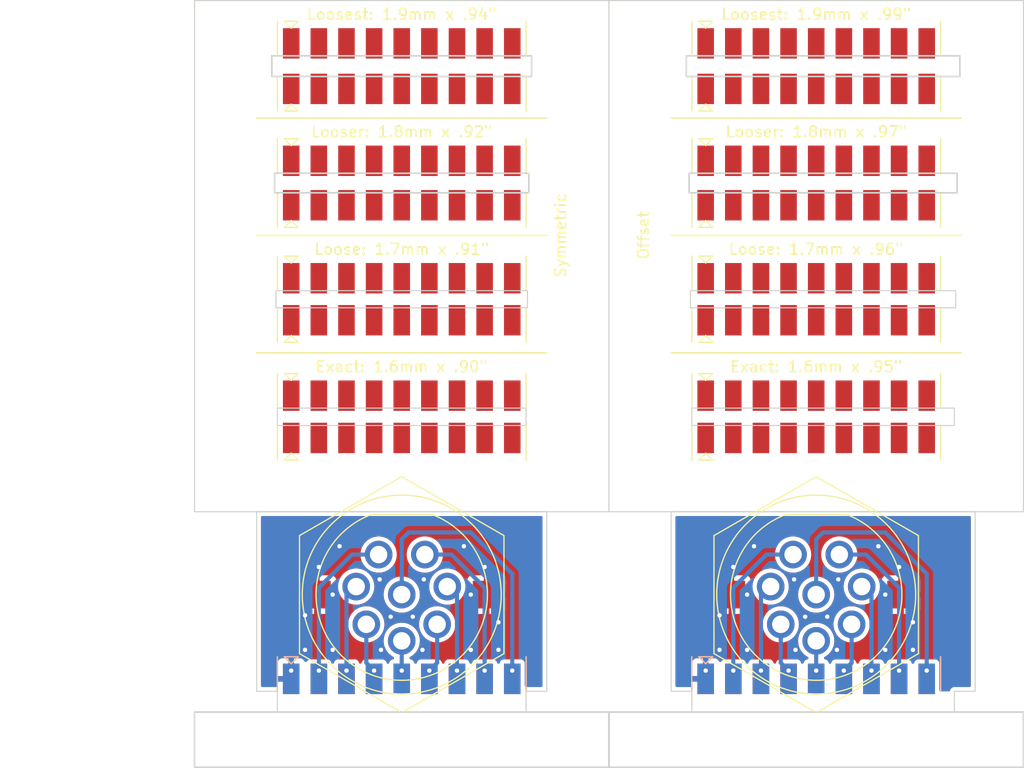
<source format=kicad_pcb>
(kicad_pcb (version 20211014) (generator pcbnew)
  (layers (0 "F.Cu" signal) (31 "B.Cu" signal) (34 "B.Paste" user) (35 "F.Paste" user) (36 "B.SilkS" user "B.Silkscreen") (37 "F.SilkS" user "F.Silkscreen") (38 "B.Mask" user) (39 "F.Mask" user) (44 "Edge.Cuts" user))
  (net 0 "")
  (net 1 "Net-(J1-Pad1)")
  (net 2 "Net-(J1-Pad2)")
  (net 3 "Net-(J1-Pad3)")
  (net 4 "Net-(J1-Pad4)")
  (net 5 "Net-(J1-Pad5)")
  (net 6 "Net-(J1-Pad6)")
  (net 7 "Net-(J1-Pad7)")
  (net 8 "Net-(J1-Pad8)")
  (net 81 "Net-(J1-PadMP)")
  (net 82 "Net-(J12-Pad1)")
  (net 83 "Net-(J12-Pad2)")
  (net 84 "Net-(J12-Pad3)")
  (net 85 "Net-(J12-Pad4)")
  (net 86 "Net-(J12-Pad5)")
  (net 87 "Net-(J12-Pad6)")
  (net 88 "Net-(J12-Pad7)")
  (net 89 "Net-(J12-Pad8)")
  (net 90 "Net-(J12-PadMP)")
  (footprint "Libraries:Conn_GX16-8_8pin_Aviation" (layer "F.Cu") (at 120.65 82.55)
    (fp_text reference "J1" hide)
    (fp_text value "GX16-8P" hide)
    (fp_line (start 0 -7.366) (end 2.794 -7.366) (layer "F.SilkS") (width 0.12))
    (fp_line (start 0 10.8458) (end 9.398 5.42544) (layer "F.SilkS") (width 0.12))
    (fp_line (start -9.398 5.42544) (end -9.398 -5.42544) (layer "F.SilkS") (width 0.12))
    (fp_line (start -9.398 5.42544) (end 0 10.8458) (layer "F.SilkS") (width 0.12))
    (fp_line (start 0 -10.8458) (end 9.398 -5.42544) (layer "F.SilkS") (width 0.12))
    (fp_line (start 0 -10.8458) (end -9.398 -5.42544) (layer "F.SilkS") (width 0.12))
    (fp_line (start 9.398 5.42544) (end 9.398 -5.42544) (layer "F.SilkS") (width 0.12))
    (fp_line (start 0 -7.366) (end -2.794 -7.366) (layer "F.SilkS") (width 0.12))
    (fp_arc (start -2.794 7.365999) (mid -7.878095 0) (end -2.794 -7.365999) (layer "F.SilkS") (width 0.12))
    (fp_arc (start 2.794 -7.365999) (mid 7.878095 0) (end 2.794 7.365999) (layer "F.SilkS") (width 0.12))
    (fp_arc (start 2.794 7.365998) (mid 0 7.878094) (end -2.794 7.365998) (layer "F.SilkS") (width 0.12))
    (fp_circle (center 0 0) (end 9.144 0) (layer "F.SilkS") (width 0.12) (fill none))
    (pad "1" thru_hole circle (at -2.125 -3.681) (size 2.54 2.54) (drill 1.6) (layers *.Cu *.Mask) (net 1 "Net-(J1-Pad1)"))
    (pad "2" thru_hole circle (at -4.185 -0.738) (size 2.54 2.54) (drill 1.6) (layers *.Cu *.Mask) (net 2 "Net-(J1-Pad2)"))
    (pad "3" thru_hole circle (at -3.256 2.732) (size 2.54 2.54) (drill 1.6) (layers *.Cu *.Mask) (net 3 "Net-(J1-Pad3)"))
    (pad "4" thru_hole circle (at 0 4.25) (size 2.54 2.54) (drill 1.6) (layers *.Cu *.Mask) (net 4 "Net-(J1-Pad4)"))
    (pad "5" thru_hole circle (at 3.256 2.732) (size 2.54 2.54) (drill 1.6) (layers *.Cu *.Mask) (net 5 "Net-(J1-Pad5)"))
    (pad "6" thru_hole circle (at 4.185 -0.738) (size 2.54 2.54) (drill 1.6) (layers *.Cu *.Mask) (net 6 "Net-(J1-Pad6)"))
    (pad "7" thru_hole circle (at 2.125 -3.681) (size 2.54 2.54) (drill 1.6) (layers *.Cu *.Mask) (net 7 "Net-(J1-Pad7)"))
    (pad "8" thru_hole circle (at 0 0) (size 2.54 2.54) (drill 1.6) (layers *.Cu *.Mask) (net 8 "Net-(J1-Pad8)"))
    (pad "MP" smd rect (at -7.8 0) (size 2.54 2.54) (layers "F.Cu" "F.Paste" "F.Mask") (net 81 "Net-(J1-PadMP)"))
    (pad "MP" smd rect (at 7.8 0) (size 2.54 2.54) (layers "F.Cu" "F.Paste" "F.Mask") (net 81 "Net-(J1-PadMP)"))
  )
  (footprint "Libraries:Conn_B2B-RA_2.54mm_9pin_LtoR" (layer "F.Cu") (at 158.75 43.815)
    (fp_text reference "J19" hide)
    (fp_text value "B2B" hide)
    (fp_line (start -10.16 -2.54) (end -9.525 -3.175) (layer "F.SilkS") (width 0.12))
    (fp_line (start -9.525 -3.175) (end -10.795 -3.175) (layer "F.SilkS") (width 0.12))
    (fp_line (start 11.43 0) (end 11.43 -3.175) (layer "F.SilkS") (width 0.12))
    (fp_line (start -11.43 0) (end -11.43 -3.175) (layer "F.SilkS") (width 0.12))
    (fp_line (start -10.795 -3.175) (end -10.16 -2.54) (layer "F.SilkS") (width 0.12))
    (pad "1" smd rect (at -10.16 -1.143) (size 1.524 2.794) (layers "F.Cu" "F.Paste" "F.Mask"))
    (pad "2" smd rect (at -7.62 -1.143) (size 1.524 2.794) (layers "F.Cu" "F.Paste" "F.Mask"))
    (pad "3" smd rect (at -5.08 -1.143) (size 1.524 2.794) (layers "F.Cu" "F.Paste" "F.Mask"))
    (pad "4" smd rect (at -2.54 -1.143) (size 1.524 2.794) (layers "F.Cu" "F.Paste" "F.Mask"))
    (pad "5" smd rect (at 0 -1.143) (size 1.524 2.794) (layers "F.Cu" "F.Paste" "F.Mask"))
    (pad "6" smd rect (at 2.54 -1.143) (size 1.524 2.794) (layers "F.Cu" "F.Paste" "F.Mask"))
    (pad "7" smd rect (at 5.08 -1.143) (size 1.524 2.794) (layers "F.Cu" "F.Paste" "F.Mask"))
    (pad "8" smd rect (at 7.62 -1.143) (size 1.524 2.794) (layers "F.Cu" "F.Paste" "F.Mask"))
    (pad "9" smd rect (at 10.16 -1.143) (size 1.524 2.794) (layers "F.Cu" "F.Paste" "F.Mask"))
  )
  (footprint "Libraries:Conn_B2B-RA_2.54mm_9pin_RtoL" (layer "F.Cu") (at 120.65 67.005 180)
    (fp_text reference "J5" hide)
    (fp_text value "B2B" hide)
    (fp_line (start 10.795 -3.175) (end 9.525 -3.175) (layer "F.SilkS") (width 0.12))
    (fp_line (start 10.16 -2.54) (end 10.795 -3.175) (layer "F.SilkS") (width 0.12))
    (fp_line (start 11.43 0) (end 11.43 -3.175) (layer "F.SilkS") (width 0.12))
    (fp_line (start 9.525 -3.175) (end 10.16 -2.54) (layer "F.SilkS") (width 0.12))
    (fp_line (start -11.43 0) (end -11.43 -3.175) (layer "F.SilkS") (width 0.12))
    (pad "1" smd rect (at 10.16 -1.143 180) (size 1.524 2.794) (layers "F.Cu" "F.Paste" "F.Mask"))
    (pad "2" smd rect (at 7.62 -1.143 180) (size 1.524 2.794) (layers "F.Cu" "F.Paste" "F.Mask"))
    (pad "3" smd rect (at 5.08 -1.143 180) (size 1.524 2.794) (layers "F.Cu" "F.Paste" "F.Mask"))
    (pad "4" smd rect (at 2.54 -1.143 180) (size 1.524 2.794) (layers "F.Cu" "F.Paste" "F.Mask"))
    (pad "5" smd rect (at 0 -1.143 180) (size 1.524 2.794) (layers "F.Cu" "F.Paste" "F.Mask"))
    (pad "6" smd rect (at -2.54 -1.143 180) (size 1.524 2.794) (layers "F.Cu" "F.Paste" "F.Mask"))
    (pad "7" smd rect (at -5.08 -1.143 180) (size 1.524 2.794) (layers "F.Cu" "F.Paste" "F.Mask"))
    (pad "8" smd rect (at -7.62 -1.143 180) (size 1.524 2.794) (layers "F.Cu" "F.Paste" "F.Mask"))
    (pad "9" smd rect (at -10.16 -1.143 180) (size 1.524 2.794) (layers "F.Cu" "F.Paste" "F.Mask"))
  )
  (footprint "Libraries:Conn_B2B-RA_2.54mm_9pin_RtoL" (layer "F.Cu") (at 120.65 56.183 180)
    (fp_text reference "J7" hide)
    (fp_text value "B2B" hide)
    (fp_line (start 9.525 -3.175) (end 10.16 -2.54) (layer "F.SilkS") (width 0.12))
    (fp_line (start 10.795 -3.175) (end 9.525 -3.175) (layer "F.SilkS") (width 0.12))
    (fp_line (start 10.16 -2.54) (end 10.795 -3.175) (layer "F.SilkS") (width 0.12))
    (fp_line (start 11.43 0) (end 11.43 -3.175) (layer "F.SilkS") (width 0.12))
    (fp_line (start -11.43 0) (end -11.43 -3.175) (layer "F.SilkS") (width 0.12))
    (pad "1" smd rect (at 10.16 -1.143 180) (size 1.524 2.794) (layers "F.Cu" "F.Paste" "F.Mask"))
    (pad "2" smd rect (at 7.62 -1.143 180) (size 1.524 2.794) (layers "F.Cu" "F.Paste" "F.Mask"))
    (pad "3" smd rect (at 5.08 -1.143 180) (size 1.524 2.794) (layers "F.Cu" "F.Paste" "F.Mask"))
    (pad "4" smd rect (at 2.54 -1.143 180) (size 1.524 2.794) (layers "F.Cu" "F.Paste" "F.Mask"))
    (pad "5" smd rect (at 0 -1.143 180) (size 1.524 2.794) (layers "F.Cu" "F.Paste" "F.Mask"))
    (pad "6" smd rect (at -2.54 -1.143 180) (size 1.524 2.794) (layers "F.Cu" "F.Paste" "F.Mask"))
    (pad "7" smd rect (at -5.08 -1.143 180) (size 1.524 2.794) (layers "F.Cu" "F.Paste" "F.Mask"))
    (pad "8" smd rect (at -7.62 -1.143 180) (size 1.524 2.794) (layers "F.Cu" "F.Paste" "F.Mask"))
    (pad "9" smd rect (at -10.16 -1.143 180) (size 1.524 2.794) (layers "F.Cu" "F.Paste" "F.Mask"))
  )
  (footprint "Libraries:Conn_B2B-RA_2.54mm_9pin_LtoR" (layer "F.Cu") (at 158.75 65.405)
    (fp_text reference "J15" hide)
    (fp_text value "B2B" hide)
    (fp_line (start -10.16 -2.54) (end -9.525 -3.175) (layer "F.SilkS") (width 0.12))
    (fp_line (start 11.43 0) (end 11.43 -3.175) (layer "F.SilkS") (width 0.12))
    (fp_line (start -11.43 0) (end -11.43 -3.175) (layer "F.SilkS") (width 0.12))
    (fp_line (start -9.525 -3.175) (end -10.795 -3.175) (layer "F.SilkS") (width 0.12))
    (fp_line (start -10.795 -3.175) (end -10.16 -2.54) (layer "F.SilkS") (width 0.12))
    (pad "1" smd rect (at -10.16 -1.143) (size 1.524 2.794) (layers "F.Cu" "F.Paste" "F.Mask"))
    (pad "2" smd rect (at -7.62 -1.143) (size 1.524 2.794) (layers "F.Cu" "F.Paste" "F.Mask"))
    (pad "3" smd rect (at -5.08 -1.143) (size 1.524 2.794) (layers "F.Cu" "F.Paste" "F.Mask"))
    (pad "4" smd rect (at -2.54 -1.143) (size 1.524 2.794) (layers "F.Cu" "F.Paste" "F.Mask"))
    (pad "5" smd rect (at 0 -1.143) (size 1.524 2.794) (layers "F.Cu" "F.Paste" "F.Mask"))
    (pad "6" smd rect (at 2.54 -1.143) (size 1.524 2.794) (layers "F.Cu" "F.Paste" "F.Mask"))
    (pad "7" smd rect (at 5.08 -1.143) (size 1.524 2.794) (layers "F.Cu" "F.Paste" "F.Mask"))
    (pad "8" smd rect (at 7.62 -1.143) (size 1.524 2.794) (layers "F.Cu" "F.Paste" "F.Mask"))
    (pad "9" smd rect (at 10.16 -1.143) (size 1.524 2.794) (layers "F.Cu" "F.Paste" "F.Mask"))
  )
  (footprint "Libraries:Conn_B2B-RA_2.54mm_9pin_LtoR" (layer "F.Cu") (at 158.75 33.02)
    (fp_text reference "J21" hide)
    (fp_text value "B2B" hide)
    (fp_line (start 11.43 0) (end 11.43 -3.175) (layer "F.SilkS") (width 0.12))
    (fp_line (start -11.43 0) (end -11.43 -3.175) (layer "F.SilkS") (width 0.12))
    (fp_line (start -10.16 -2.54) (end -9.525 -3.175) (layer "F.SilkS") (width 0.12))
    (fp_line (start -9.525 -3.175) (end -10.795 -3.175) (layer "F.SilkS") (width 0.12))
    (fp_line (start -10.795 -3.175) (end -10.16 -2.54) (layer "F.SilkS") (width 0.12))
    (pad "1" smd rect (at -10.16 -1.143) (size 1.524 2.794) (layers "F.Cu" "F.Paste" "F.Mask"))
    (pad "2" smd rect (at -7.62 -1.143) (size 1.524 2.794) (layers "F.Cu" "F.Paste" "F.Mask"))
    (pad "3" smd rect (at -5.08 -1.143) (size 1.524 2.794) (layers "F.Cu" "F.Paste" "F.Mask"))
    (pad "4" smd rect (at -2.54 -1.143) (size 1.524 2.794) (layers "F.Cu" "F.Paste" "F.Mask"))
    (pad "5" smd rect (at 0 -1.143) (size 1.524 2.794) (layers "F.Cu" "F.Paste" "F.Mask"))
    (pad "6" smd rect (at 2.54 -1.143) (size 1.524 2.794) (layers "F.Cu" "F.Paste" "F.Mask"))
    (pad "7" smd rect (at 5.08 -1.143) (size 1.524 2.794) (layers "F.Cu" "F.Paste" "F.Mask"))
    (pad "8" smd rect (at 7.62 -1.143) (size 1.524 2.794) (layers "F.Cu" "F.Paste" "F.Mask"))
    (pad "9" smd rect (at 10.16 -1.143) (size 1.524 2.794) (layers "F.Cu" "F.Paste" "F.Mask"))
  )
  (footprint "Libraries:Conn_B2B-RA_2.54mm_9pin_RtoL" (layer "F.Cu") (at 120.65 34.92 180)
    (fp_text reference "J11" hide)
    (fp_text value "B2B" hide)
    (fp_line (start 10.16 -2.54) (end 10.795 -3.175) (layer "F.SilkS") (width 0.12))
    (fp_line (start 9.525 -3.175) (end 10.16 -2.54) (layer "F.SilkS") (width 0.12))
    (fp_line (start 11.43 0) (end 11.43 -3.175) (layer "F.SilkS") (width 0.12))
    (fp_line (start -11.43 0) (end -11.43 -3.175) (layer "F.SilkS") (width 0.12))
    (fp_line (start 10.795 -3.175) (end 9.525 -3.175) (layer "F.SilkS") (width 0.12))
    (pad "1" smd rect (at 10.16 -1.143 180) (size 1.524 2.794) (layers "F.Cu" "F.Paste" "F.Mask"))
    (pad "2" smd rect (at 7.62 -1.143 180) (size 1.524 2.794) (layers "F.Cu" "F.Paste" "F.Mask"))
    (pad "3" smd rect (at 5.08 -1.143 180) (size 1.524 2.794) (layers "F.Cu" "F.Paste" "F.Mask"))
    (pad "4" smd rect (at 2.54 -1.143 180) (size 1.524 2.794) (layers "F.Cu" "F.Paste" "F.Mask"))
    (pad "5" smd rect (at 0 -1.143 180) (size 1.524 2.794) (layers "F.Cu" "F.Paste" "F.Mask"))
    (pad "6" smd rect (at -2.54 -1.143 180) (size 1.524 2.794) (layers "F.Cu" "F.Paste" "F.Mask"))
    (pad "7" smd rect (at -5.08 -1.143 180) (size 1.524 2.794) (layers "F.Cu" "F.Paste" "F.Mask"))
    (pad "8" smd rect (at -7.62 -1.143 180) (size 1.524 2.794) (layers "F.Cu" "F.Paste" "F.Mask"))
    (pad "9" smd rect (at -10.16 -1.143 180) (size 1.524 2.794) (layers "F.Cu" "F.Paste" "F.Mask"))
  )
  (footprint "Libraries:Conn_B2B-RA_2.54mm_9pin_LtoR" (layer "F.Cu") (at 120.65 91.44)
    (fp_text reference "J2" hide)
    (fp_text value "B2B" hide)
    (fp_line (start 11.43 0) (end 11.43 -3.175) (layer "F.SilkS") (width 0.12))
    (fp_line (start -10.16 -2.54) (end -9.525 -3.175) (layer "F.SilkS") (width 0.12))
    (fp_line (start -11.43 0) (end -11.43 -3.175) (layer "F.SilkS") (width 0.12))
    (fp_line (start -10.795 -3.175) (end -10.16 -2.54) (layer "F.SilkS") (width 0.12))
    (fp_line (start -9.525 -3.175) (end -10.795 -3.175) (layer "F.SilkS") (width 0.12))
    (pad "1" smd rect (at -10.16 -1.143) (size 1.524 2.794) (layers "F.Cu" "F.Paste" "F.Mask") (net 81 "Net-(J1-PadMP)"))
    (pad "2" smd rect (at -7.62 -1.143) (size 1.524 2.794) (layers "F.Cu" "F.Paste" "F.Mask") (net 1 "Net-(J1-Pad1)"))
    (pad "3" smd rect (at -5.08 -1.143) (size 1.524 2.794) (layers "F.Cu" "F.Paste" "F.Mask") (net 2 "Net-(J1-Pad2)"))
    (pad "4" smd rect (at -2.54 -1.143) (size 1.524 2.794) (layers "F.Cu" "F.Paste" "F.Mask") (net 3 "Net-(J1-Pad3)"))
    (pad "5" smd rect (at 0 -1.143) (size 1.524 2.794) (layers "F.Cu" "F.Paste" "F.Mask") (net 4 "Net-(J1-Pad4)"))
    (pad "6" smd rect (at 2.54 -1.143) (size 1.524 2.794) (layers "F.Cu" "F.Paste" "F.Mask") (net 5 "Net-(J1-Pad5)"))
    (pad "7" smd rect (at 5.08 -1.143) (size 1.524 2.794) (layers "F.Cu" "F.Paste" "F.Mask") (net 6 "Net-(J1-Pad6)"))
    (pad "8" smd rect (at 7.62 -1.143) (size 1.524 2.794) (layers "F.Cu" "F.Paste" "F.Mask") (net 7 "Net-(J1-Pad7)"))
    (pad "9" smd rect (at 10.16 -1.143) (size 1.524 2.794) (layers "F.Cu" "F.Paste" "F.Mask") (net 8 "Net-(J1-Pad8)"))
  )
  (footprint "Libraries:Conn_B2B-RA_2.54mm_9pin_LtoR" (layer "F.Cu") (at 158.75 91.44)
    (fp_text reference "J13" hide)
    (fp_text value "B2B" hide)
    (fp_line (start 11.43 0) (end 11.43 -3.175) (layer "F.SilkS") (width 0.12))
    (fp_line (start -11.43 0) (end -11.43 -3.175) (layer "F.SilkS") (width 0.12))
    (fp_line (start -10.795 -3.175) (end -10.16 -2.54) (layer "F.SilkS") (width 0.12))
    (fp_line (start -10.16 -2.54) (end -9.525 -3.175) (layer "F.SilkS") (width 0.12))
    (fp_line (start -9.525 -3.175) (end -10.795 -3.175) (layer "F.SilkS") (width 0.12))
    (pad "1" smd rect (at -10.16 -1.143) (size 1.524 2.794) (layers "F.Cu" "F.Paste" "F.Mask") (net 90 "Net-(J12-PadMP)"))
    (pad "2" smd rect (at -7.62 -1.143) (size 1.524 2.794) (layers "F.Cu" "F.Paste" "F.Mask") (net 82 "Net-(J12-Pad1)"))
    (pad "3" smd rect (at -5.08 -1.143) (size 1.524 2.794) (layers "F.Cu" "F.Paste" "F.Mask") (net 83 "Net-(J12-Pad2)"))
    (pad "4" smd rect (at -2.54 -1.143) (size 1.524 2.794) (layers "F.Cu" "F.Paste" "F.Mask") (net 84 "Net-(J12-Pad3)"))
    (pad "5" smd rect (at 0 -1.143) (size 1.524 2.794) (layers "F.Cu" "F.Paste" "F.Mask") (net 85 "Net-(J12-Pad4)"))
    (pad "6" smd rect (at 2.54 -1.143) (size 1.524 2.794) (layers "F.Cu" "F.Paste" "F.Mask") (net 86 "Net-(J12-Pad5)"))
    (pad "7" smd rect (at 5.08 -1.143) (size 1.524 2.794) (layers "F.Cu" "F.Paste" "F.Mask") (net 87 "Net-(J12-Pad6)"))
    (pad "8" smd rect (at 7.62 -1.143) (size 1.524 2.794) (layers "F.Cu" "F.Paste" "F.Mask") (net 88 "Net-(J12-Pad7)"))
    (pad "9" smd rect (at 10.16 -1.143) (size 1.524 2.794) (layers "F.Cu" "F.Paste" "F.Mask") (net 89 "Net-(J12-Pad8)"))
  )
  (footprint "Libraries:Conn_B2B-RA_2.54mm_9pin_RtoL" (layer "F.Cu") (at 158.75 45.615 180)
    (fp_text reference "J20" hide)
    (fp_text value "B2B" hide)
    (fp_line (start 11.43 0) (end 11.43 -3.175) (layer "F.SilkS") (width 0.12))
    (fp_line (start 10.795 -3.175) (end 9.525 -3.175) (layer "F.SilkS") (width 0.12))
    (fp_line (start -11.43 0) (end -11.43 -3.175) (layer "F.SilkS") (width 0.12))
    (fp_line (start 10.16 -2.54) (end 10.795 -3.175) (layer "F.SilkS") (width 0.12))
    (fp_line (start 9.525 -3.175) (end 10.16 -2.54) (layer "F.SilkS") (width 0.12))
    (pad "1" smd rect (at 10.16 -1.143 180) (size 1.524 2.794) (layers "F.Cu" "F.Paste" "F.Mask"))
    (pad "2" smd rect (at 7.62 -1.143 180) (size 1.524 2.794) (layers "F.Cu" "F.Paste" "F.Mask"))
    (pad "3" smd rect (at 5.08 -1.143 180) (size 1.524 2.794) (layers "F.Cu" "F.Paste" "F.Mask"))
    (pad "4" smd rect (at 2.54 -1.143 180) (size 1.524 2.794) (layers "F.Cu" "F.Paste" "F.Mask"))
    (pad "5" smd rect (at 0 -1.143 180) (size 1.524 2.794) (layers "F.Cu" "F.Paste" "F.Mask"))
    (pad "6" smd rect (at -2.54 -1.143 180) (size 1.524 2.794) (layers "F.Cu" "F.Paste" "F.Mask"))
    (pad "7" smd rect (at -5.08 -1.143 180) (size 1.524 2.794) (layers "F.Cu" "F.Paste" "F.Mask"))
    (pad "8" smd rect (at -7.62 -1.143 180) (size 1.524 2.794) (layers "F.Cu" "F.Paste" "F.Mask"))
    (pad "9" smd rect (at -10.16 -1.143 180) (size 1.524 2.794) (layers "F.Cu" "F.Paste" "F.Mask"))
  )
  (footprint "Libraries:Conn_B2B-RA_2.54mm_9pin_LtoR" (layer "F.Cu") (at 158.75 54.61)
    (fp_text reference "J17" hide)
    (fp_text value "B2B" hide)
    (fp_line (start -9.525 -3.175) (end -10.795 -3.175) (layer "F.SilkS") (width 0.12))
    (fp_line (start -10.16 -2.54) (end -9.525 -3.175) (layer "F.SilkS") (width 0.12))
    (fp_line (start -10.795 -3.175) (end -10.16 -2.54) (layer "F.SilkS") (width 0.12))
    (fp_line (start 11.43 0) (end 11.43 -3.175) (layer "F.SilkS") (width 0.12))
    (fp_line (start -11.43 0) (end -11.43 -3.175) (layer "F.SilkS") (width 0.12))
    (pad "1" smd rect (at -10.16 -1.143) (size 1.524 2.794) (layers "F.Cu" "F.Paste" "F.Mask"))
    (pad "2" smd rect (at -7.62 -1.143) (size 1.524 2.794) (layers "F.Cu" "F.Paste" "F.Mask"))
    (pad "3" smd rect (at -5.08 -1.143) (size 1.524 2.794) (layers "F.Cu" "F.Paste" "F.Mask"))
    (pad "4" smd rect (at -2.54 -1.143) (size 1.524 2.794) (layers "F.Cu" "F.Paste" "F.Mask"))
    (pad "5" smd rect (at 0 -1.143) (size 1.524 2.794) (layers "F.Cu" "F.Paste" "F.Mask"))
    (pad "6" smd rect (at 2.54 -1.143) (size 1.524 2.794) (layers "F.Cu" "F.Paste" "F.Mask"))
    (pad "7" smd rect (at 5.08 -1.143) (size 1.524 2.794) (layers "F.Cu" "F.Paste" "F.Mask"))
    (pad "8" smd rect (at 7.62 -1.143) (size 1.524 2.794) (layers "F.Cu" "F.Paste" "F.Mask"))
    (pad "9" smd rect (at 10.16 -1.143) (size 1.524 2.794) (layers "F.Cu" "F.Paste" "F.Mask"))
  )
  (footprint "Libraries:Conn_GX16-8_8pin_Aviation" (layer "F.Cu") (at 158.75 82.55)
    (fp_text reference "J12" hide)
    (fp_text value "GX16-8P" hide)
    (fp_line (start 9.398 5.42544) (end 9.398 -5.42544) (layer "F.SilkS") (width 0.12))
    (fp_line (start 0 -10.8458) (end 9.398 -5.42544) (layer "F.SilkS") (width 0.12))
    (fp_line (start 0 -7.366) (end -2.794 -7.366) (layer "F.SilkS") (width 0.12))
    (fp_line (start 0 -10.8458) (end -9.398 -5.42544) (layer "F.SilkS") (width 0.12))
    (fp_line (start 0 10.8458) (end 9.398 5.42544) (layer "F.SilkS") (width 0.12))
    (fp_line (start -9.398 5.42544) (end -9.398 -5.42544) (layer "F.SilkS") (width 0.12))
    (fp_line (start 0 -7.366) (end 2.794 -7.366) (layer "F.SilkS") (width 0.12))
    (fp_line (start -9.398 5.42544) (end 0 10.8458) (layer "F.SilkS") (width 0.12))
    (fp_arc (start -2.794 7.365999) (mid -7.878095 0) (end -2.794 -7.365999) (layer "F.SilkS") (width 0.12))
    (fp_arc (start 2.794 -7.365999) (mid 7.878095 0) (end 2.794 7.365999) (layer "F.SilkS") (width 0.12))
    (fp_arc (start 2.794 7.365998) (mid 0 7.878094) (end -2.794 7.365998) (layer "F.SilkS") (width 0.12))
    (fp_circle (center 0 0) (end 9.144 0) (layer "F.SilkS") (width 0.12) (fill none))
    (pad "1" thru_hole circle (at -2.125 -3.681) (size 2.54 2.54) (drill 1.6) (layers F&B.Cu *.Mask) (net 82 "Net-(J12-Pad1)"))
    (pad "2" thru_hole circle (at -4.185 -0.738) (size 2.54 2.54) (drill 1.6) (layers F&B.Cu *.Mask) (net 83 "Net-(J12-Pad2)"))
    (pad "3" thru_hole circle (at -3.256 2.732) (size 2.54 2.54) (drill 1.6) (layers F&B.Cu *.Mask) (net 84 "Net-(J12-Pad3)"))
    (pad "4" thru_hole circle (at 0 4.25) (size 2.54 2.54) (drill 1.6) (layers F&B.Cu *.Mask) (net 85 "Net-(J12-Pad4)"))
    (pad "5" thru_hole circle (at 3.256 2.732) (size 2.54 2.54) (drill 1.6) (layers F&B.Cu *.Mask) (net 86 "Net-(J12-Pad5)"))
    (pad "6" thru_hole circle (at 4.185 -0.738) (size 2.54 2.54) (drill 1.6) (layers F&B.Cu *.Mask) (net 87 "Net-(J12-Pad6)"))
    (pad "7" thru_hole circle (at 2.125 -3.681) (size 2.54 2.54) (drill 1.6) (layers F&B.Cu *.Mask) (net 88 "Net-(J12-Pad7)"))
    (pad "8" thru_hole circle (at 0 0) (size 2.54 2.54) (drill 1.6) (layers F&B.Cu *.Mask) (net 89 "Net-(J12-Pad8)"))
    (pad "MP" smd rect (at -7.8 0) (size 2.54 2.54) (layers "F.Cu" "F.Paste" "F.Mask") (net 90 "Net-(J12-PadMP)"))
    (pad "MP" smd rect (at 7.8 0) (size 2.54 2.54) (layers "F.Cu" "F.Paste" "F.Mask") (net 90 "Net-(J12-PadMP)"))
  )
  (footprint "Libraries:Conn_B2B-RA_2.54mm_9pin_RtoL" (layer "F.Cu") (at 158.75 56.183 180)
    (fp_text reference "J18" hide)
    (fp_text value "B2B" hide)
    (fp_line (start 10.16 -2.54) (end 10.795 -3.175) (layer "F.SilkS") (width 0.12))
    (fp_line (start 9.525 -3.175) (end 10.16 -2.54) (layer "F.SilkS") (width 0.12))
    (fp_line (start 11.43 0) (end 11.43 -3.175) (layer "F.SilkS") (width 0.12))
    (fp_line (start -11.43 0) (end -11.43 -3.175) (layer "F.SilkS") (width 0.12))
    (fp_line (start 10.795 -3.175) (end 9.525 -3.175) (layer "F.SilkS") (width 0.12))
    (pad "1" smd rect (at 10.16 -1.143 180) (size 1.524 2.794) (layers "F.Cu" "F.Paste" "F.Mask"))
    (pad "2" smd rect (at 7.62 -1.143 180) (size 1.524 2.794) (layers "F.Cu" "F.Paste" "F.Mask"))
    (pad "3" smd rect (at 5.08 -1.143 180) (size 1.524 2.794) (layers "F.Cu" "F.Paste" "F.Mask"))
    (pad "4" smd rect (at 2.54 -1.143 180) (size 1.524 2.794) (layers "F.Cu" "F.Paste" "F.Mask"))
    (pad "5" smd rect (at 0 -1.143 180) (size 1.524 2.794) (layers "F.Cu" "F.Paste" "F.Mask"))
    (pad "6" smd rect (at -2.54 -1.143 180) (size 1.524 2.794) (layers "F.Cu" "F.Paste" "F.Mask"))
    (pad "7" smd rect (at -5.08 -1.143 180) (size 1.524 2.794) (layers "F.Cu" "F.Paste" "F.Mask"))
    (pad "8" smd rect (at -7.62 -1.143 180) (size 1.524 2.794) (layers "F.Cu" "F.Paste" "F.Mask"))
    (pad "9" smd rect (at -10.16 -1.143 180) (size 1.524 2.794) (layers "F.Cu" "F.Paste" "F.Mask"))
  )
  (footprint "Libraries:Conn_B2B-RA_2.54mm_9pin_LtoR" (layer "F.Cu") (at 120.65 43.815)
    (fp_text reference "J8" hide)
    (fp_text value "B2B" hide)
    (fp_line (start -10.16 -2.54) (end -9.525 -3.175) (layer "F.SilkS") (width 0.12))
    (fp_line (start -9.525 -3.175) (end -10.795 -3.175) (layer "F.SilkS") (width 0.12))
    (fp_line (start -10.795 -3.175) (end -10.16 -2.54) (layer "F.SilkS") (width 0.12))
    (fp_line (start 11.43 0) (end 11.43 -3.175) (layer "F.SilkS") (width 0.12))
    (fp_line (start -11.43 0) (end -11.43 -3.175) (layer "F.SilkS") (width 0.12))
    (pad "1" smd rect (at -10.16 -1.143) (size 1.524 2.794) (layers "F.Cu" "F.Paste" "F.Mask"))
    (pad "2" smd rect (at -7.62 -1.143) (size 1.524 2.794) (layers "F.Cu" "F.Paste" "F.Mask"))
    (pad "3" smd rect (at -5.08 -1.143) (size 1.524 2.794) (layers "F.Cu" "F.Paste" "F.Mask"))
    (pad "4" smd rect (at -2.54 -1.143) (size 1.524 2.794) (layers "F.Cu" "F.Paste" "F.Mask"))
    (pad "5" smd rect (at 0 -1.143) (size 1.524 2.794) (layers "F.Cu" "F.Paste" "F.Mask"))
    (pad "6" smd rect (at 2.54 -1.143) (size 1.524 2.794) (layers "F.Cu" "F.Paste" "F.Mask"))
    (pad "7" smd rect (at 5.08 -1.143) (size 1.524 2.794) (layers "F.Cu" "F.Paste" "F.Mask"))
    (pad "8" smd rect (at 7.62 -1.143) (size 1.524 2.794) (layers "F.Cu" "F.Paste" "F.Mask"))
    (pad "9" smd rect (at 10.16 -1.143) (size 1.524 2.794) (layers "F.Cu" "F.Paste" "F.Mask"))
  )
  (footprint "Libraries:Conn_B2B-RA_2.54mm_9pin_RtoL" (layer "F.Cu") (at 158.75 34.92 180)
    (fp_text reference "J22" hide)
    (fp_text value "B2B" hide)
    (fp_line (start 10.795 -3.175) (end 9.525 -3.175) (layer "F.SilkS") (width 0.12))
    (fp_line (start 11.43 0) (end 11.43 -3.175) (layer "F.SilkS") (width 0.12))
    (fp_line (start -11.43 0) (end -11.43 -3.175) (layer "F.SilkS") (width 0.12))
    (fp_line (start 9.525 -3.175) (end 10.16 -2.54) (layer "F.SilkS") (width 0.12))
    (fp_line (start 10.16 -2.54) (end 10.795 -3.175) (layer "F.SilkS") (width 0.12))
    (pad "1" smd rect (at 10.16 -1.143 180) (size 1.524 2.794) (layers "F.Cu" "F.Paste" "F.Mask"))
    (pad "2" smd rect (at 7.62 -1.143 180) (size 1.524 2.794) (layers "F.Cu" "F.Paste" "F.Mask"))
    (pad "3" smd rect (at 5.08 -1.143 180) (size 1.524 2.794) (layers "F.Cu" "F.Paste" "F.Mask"))
    (pad "4" smd rect (at 2.54 -1.143 180) (size 1.524 2.794) (layers "F.Cu" "F.Paste" "F.Mask"))
    (pad "5" smd rect (at 0 -1.143 180) (size 1.524 2.794) (layers "F.Cu" "F.Paste" "F.Mask"))
    (pad "6" smd rect (at -2.54 -1.143 180) (size 1.524 2.794) (layers "F.Cu" "F.Paste" "F.Mask"))
    (pad "7" smd rect (at -5.08 -1.143 180) (size 1.524 2.794) (layers "F.Cu" "F.Paste" "F.Mask"))
    (pad "8" smd rect (at -7.62 -1.143 180) (size 1.524 2.794) (layers "F.Cu" "F.Paste" "F.Mask"))
    (pad "9" smd rect (at -10.16 -1.143 180) (size 1.524 2.794) (layers "F.Cu" "F.Paste" "F.Mask"))
  )
  (footprint "Libraries:Conn_B2B-RA_2.54mm_9pin_LtoR" (layer "F.Cu") (at 120.65 65.405)
    (fp_text reference "J4" hide)
    (fp_text value "B2B" hide)
    (fp_line (start -10.16 -2.54) (end -9.525 -3.175) (layer "F.SilkS") (width 0.12))
    (fp_line (start 11.43 0) (end 11.43 -3.175) (layer "F.SilkS") (width 0.12))
    (fp_line (start -9.525 -3.175) (end -10.795 -3.175) (layer "F.SilkS") (width 0.12))
    (fp_line (start -11.43 0) (end -11.43 -3.175) (layer "F.SilkS") (width 0.12))
    (fp_line (start -10.795 -3.175) (end -10.16 -2.54) (layer "F.SilkS") (width 0.12))
    (pad "1" smd rect (at -10.16 -1.143) (size 1.524 2.794) (layers "F.Cu" "F.Paste" "F.Mask"))
    (pad "2" smd rect (at -7.62 -1.143) (size 1.524 2.794) (layers "F.Cu" "F.Paste" "F.Mask"))
    (pad "3" smd rect (at -5.08 -1.143) (size 1.524 2.794) (layers "F.Cu" "F.Paste" "F.Mask"))
    (pad "4" smd rect (at -2.54 -1.143) (size 1.524 2.794) (layers "F.Cu" "F.Paste" "F.Mask"))
    (pad "5" smd rect (at 0 -1.143) (size 1.524 2.794) (layers "F.Cu" "F.Paste" "F.Mask"))
    (pad "6" smd rect (at 2.54 -1.143) (size 1.524 2.794) (layers "F.Cu" "F.Paste" "F.Mask"))
    (pad "7" smd rect (at 5.08 -1.143) (size 1.524 2.794) (layers "F.Cu" "F.Paste" "F.Mask"))
    (pad "8" smd rect (at 7.62 -1.143) (size 1.524 2.794) (layers "F.Cu" "F.Paste" "F.Mask"))
    (pad "9" smd rect (at 10.16 -1.143) (size 1.524 2.794) (layers "F.Cu" "F.Paste" "F.Mask"))
  )
  (footprint "Libraries:Conn_B2B-RA_2.54mm_9pin_RtoL" (layer "F.Cu") (at 120.65 45.615 180)
    (fp_text reference "J9" hide)
    (fp_text value "B2B" hide)
    (fp_line (start 9.525 -3.175) (end 10.16 -2.54) (layer "F.SilkS") (width 0.12))
    (fp_line (start 10.795 -3.175) (end 9.525 -3.175) (layer "F.SilkS") (width 0.12))
    (fp_line (start -11.43 0) (end -11.43 -3.175) (layer "F.SilkS") (width 0.12))
    (fp_line (start 10.16 -2.54) (end 10.795 -3.175) (layer "F.SilkS") (width 0.12))
    (fp_line (start 11.43 0) (end 11.43 -3.175) (layer "F.SilkS") (width 0.12))
    (pad "1" smd rect (at 10.16 -1.143 180) (size 1.524 2.794) (layers "F.Cu" "F.Paste" "F.Mask"))
    (pad "2" smd rect (at 7.62 -1.143 180) (size 1.524 2.794) (layers "F.Cu" "F.Paste" "F.Mask"))
    (pad "3" smd rect (at 5.08 -1.143 180) (size 1.524 2.794) (layers "F.Cu" "F.Paste" "F.Mask"))
    (pad "4" smd rect (at 2.54 -1.143 180) (size 1.524 2.794) (layers "F.Cu" "F.Paste" "F.Mask"))
    (pad "5" smd rect (at 0 -1.143 180) (size 1.524 2.794) (layers "F.Cu" "F.Paste" "F.Mask"))
    (pad "6" smd rect (at -2.54 -1.143 180) (size 1.524 2.794) (layers "F.Cu" "F.Paste" "F.Mask"))
    (pad "7" smd rect (at -5.08 -1.143 180) (size 1.524 2.794) (layers "F.Cu" "F.Paste" "F.Mask"))
    (pad "8" smd rect (at -7.62 -1.143 180) (size 1.524 2.794) (layers "F.Cu" "F.Paste" "F.Mask"))
    (pad "9" smd rect (at -10.16 -1.143 180) (size 1.524 2.794) (layers "F.Cu" "F.Paste" "F.Mask"))
  )
  (footprint "Libraries:Conn_B2B-RA_2.54mm_9pin_LtoR" (layer "F.Cu") (at 120.65 33.02)
    (fp_text reference "J10" hide)
    (fp_text value "B2B" hide)
    (fp_line (start -10.16 -2.54) (end -9.525 -3.175) (layer "F.SilkS") (width 0.12))
    (fp_line (start -9.525 -3.175) (end -10.795 -3.175) (layer "F.SilkS") (width 0.12))
    (fp_line (start 11.43 0) (end 11.43 -3.175) (layer "F.SilkS") (width 0.12))
    (fp_line (start -10.795 -3.175) (end -10.16 -2.54) (layer "F.SilkS") (width 0.12))
    (fp_line (start -11.43 0) (end -11.43 -3.175) (layer "F.SilkS") (width 0.12))
    (pad "1" smd rect (at -10.16 -1.143) (size 1.524 2.794) (layers "F.Cu" "F.Paste" "F.Mask"))
    (pad "2" smd rect (at -7.62 -1.143) (size 1.524 2.794) (layers "F.Cu" "F.Paste" "F.Mask"))
    (pad "3" smd rect (at -5.08 -1.143) (size 1.524 2.794) (layers "F.Cu" "F.Paste" "F.Mask"))
    (pad "4" smd rect (at -2.54 -1.143) (size 1.524 2.794) (layers "F.Cu" "F.Paste" "F.Mask"))
    (pad "5" smd rect (at 0 -1.143) (size 1.524 2.794) (layers "F.Cu" "F.Paste" "F.Mask"))
    (pad "6" smd rect (at 2.54 -1.143) (size 1.524 2.794) (layers "F.Cu" "F.Paste" "F.Mask"))
    (pad "7" smd rect (at 5.08 -1.143) (size 1.524 2.794) (layers "F.Cu" "F.Paste" "F.Mask"))
    (pad "8" smd rect (at 7.62 -1.143) (size 1.524 2.794) (layers "F.Cu" "F.Paste" "F.Mask"))
    (pad "9" smd rect (at 10.16 -1.143) (size 1.524 2.794) (layers "F.Cu" "F.Paste" "F.Mask"))
  )
  (footprint "Libraries:Conn_B2B-RA_2.54mm_9pin_LtoR" (layer "F.Cu") (at 120.65 54.61)
    (fp_text reference "J6" hide)
    (fp_text value "B2B" hide)
    (fp_line (start -11.43 0) (end -11.43 -3.175) (layer "F.SilkS") (width 0.12))
    (fp_line (start -9.525 -3.175) (end -10.795 -3.175) (layer "F.SilkS") (width 0.12))
    (fp_line (start -10.795 -3.175) (end -10.16 -2.54) (layer "F.SilkS") (width 0.12))
    (fp_line (start -10.16 -2.54) (end -9.525 -3.175) (layer "F.SilkS") (width 0.12))
    (fp_line (start 11.43 0) (end 11.43 -3.175) (layer "F.SilkS") (width 0.12))
    (pad "1" smd rect (at -10.16 -1.143) (size 1.524 2.794) (layers "F.Cu" "F.Paste" "F.Mask"))
    (pad "2" smd rect (at -7.62 -1.143) (size 1.524 2.794) (layers "F.Cu" "F.Paste" "F.Mask"))
    (pad "3" smd rect (at -5.08 -1.143) (size 1.524 2.794) (layers "F.Cu" "F.Paste" "F.Mask"))
    (pad "4" smd rect (at -2.54 -1.143) (size 1.524 2.794) (layers "F.Cu" "F.Paste" "F.Mask"))
    (pad "5" smd rect (at 0 -1.143) (size 1.524 2.794) (layers "F.Cu" "F.Paste" "F.Mask"))
    (pad "6" smd rect (at 2.54 -1.143) (size 1.524 2.794) (layers "F.Cu" "F.Paste" "F.Mask"))
    (pad "7" smd rect (at 5.08 -1.143) (size 1.524 2.794) (layers "F.Cu" "F.Paste" "F.Mask"))
    (pad "8" smd rect (at 7.62 -1.143) (size 1.524 2.794) (layers "F.Cu" "F.Paste" "F.Mask"))
    (pad "9" smd rect (at 10.16 -1.143) (size 1.524 2.794) (layers "F.Cu" "F.Paste" "F.Mask"))
  )
  (footprint "Libraries:Conn_B2B-RA_2.54mm_9pin_RtoL" (layer "F.Cu") (at 158.75 67.005 180)
    (fp_text reference "J16" hide)
    (fp_text value "B2B" hide)
    (fp_line (start 11.43 0) (end 11.43 -3.175) (layer "F.SilkS") (width 0.12))
    (fp_line (start -11.43 0) (end -11.43 -3.175) (layer "F.SilkS") (width 0.12))
    (fp_line (start 10.795 -3.175) (end 9.525 -3.175) (layer "F.SilkS") (width 0.12))
    (fp_line (start 10.16 -2.54) (end 10.795 -3.175) (layer "F.SilkS") (width 0.12))
    (fp_line (start 9.525 -3.175) (end 10.16 -2.54) (layer "F.SilkS") (width 0.12))
    (pad "1" smd rect (at 10.16 -1.143 180) (size 1.524 2.794) (layers "F.Cu" "F.Paste" "F.Mask"))
    (pad "2" smd rect (at 7.62 -1.143 180) (size 1.524 2.794) (layers "F.Cu" "F.Paste" "F.Mask"))
    (pad "3" smd rect (at 5.08 -1.143 180) (size 1.524 2.794) (layers "F.Cu" "F.Paste" "F.Mask"))
    (pad "4" smd rect (at 2.54 -1.143 180) (size 1.524 2.794) (layers "F.Cu" "F.Paste" "F.Mask"))
    (pad "5" smd rect (at 0 -1.143 180) (size 1.524 2.794) (layers "F.Cu" "F.Paste" "F.Mask"))
    (pad "6" smd rect (at -2.54 -1.143 180) (size 1.524 2.794) (layers "F.Cu" "F.Paste" "F.Mask"))
    (pad "7" smd rect (at -5.08 -1.143 180) (size 1.524 2.794) (layers "F.Cu" "F.Paste" "F.Mask"))
    (pad "8" smd rect (at -7.62 -1.143 180) (size 1.524 2.794) (layers "F.Cu" "F.Paste" "F.Mask"))
    (pad "9" smd rect (at -10.16 -1.143 180) (size 1.524 2.794) (layers "F.Cu" "F.Paste" "F.Mask"))
  )
  (footprint "Libraries:Conn_B2B-RA_2.54mm_9pin_RtoL" (layer "B.Cu") (at 120.65 91.44 180)
    (fp_text reference "J3" hide)
    (fp_text value "B2B" hide)
    (fp_line (start 10.795 3.175) (end 9.525 3.175) (layer "B.SilkS") (width 0.12))
    (fp_line (start -11.43 0) (end -11.43 3.175) (layer "B.SilkS") (width 0.12))
    (fp_line (start 10.16 2.54) (end 10.795 3.175) (layer "B.SilkS") (width 0.12))
    (fp_line (start 11.43 0) (end 11.43 3.175) (layer "B.SilkS") (width 0.12))
    (fp_line (start 9.525 3.175) (end 10.16 2.54) (layer "B.SilkS") (width 0.12))
    (pad "1" smd rect (at 10.16 1.143 180) (size 1.524 2.794) (layers "B.Cu" "B.Paste" "B.Mask") (net 81 "Net-(J1-PadMP)"))
    (pad "2" smd rect (at 7.62 1.143 180) (size 1.524 2.794) (layers "B.Cu" "B.Paste" "B.Mask") (net 1 "Net-(J1-Pad1)"))
    (pad "3" smd rect (at 5.08 1.143 180) (size 1.524 2.794) (layers "B.Cu" "B.Paste" "B.Mask") (net 2 "Net-(J1-Pad2)"))
    (pad "4" smd rect (at 2.54 1.143 180) (size 1.524 2.794) (layers "B.Cu" "B.Paste" "B.Mask") (net 3 "Net-(J1-Pad3)"))
    (pad "5" smd rect (at 0 1.143 180) (size 1.524 2.794) (layers "B.Cu" "B.Paste" "B.Mask") (net 4 "Net-(J1-Pad4)"))
    (pad "6" smd rect (at -2.54 1.143 180) (size 1.524 2.794) (layers "B.Cu" "B.Paste" "B.Mask") (net 5 "Net-(J1-Pad5)"))
    (pad "7" smd rect (at -5.08 1.143 180) (size 1.524 2.794) (layers "B.Cu" "B.Paste" "B.Mask") (net 6 "Net-(J1-Pad6)"))
    (pad "8" smd rect (at -7.62 1.143 180) (size 1.524 2.794) (layers "B.Cu" "B.Paste" "B.Mask") (net 7 "Net-(J1-Pad7)"))
    (pad "9" smd rect (at -10.16 1.143 180) (size 1.524 2.794) (layers "B.Cu" "B.Paste" "B.Mask") (net 8 "Net-(J1-Pad8)"))
  )
  (footprint "Libraries:Conn_B2B-RA_2.54mm_9pin_RtoL" (layer "B.Cu") (at 158.75 91.44 180)
    (fp_text reference "J14" hide)
    (fp_text value "B2B" hide)
    (fp_line (start -11.43 0) (end -11.43 3.175) (layer "B.SilkS") (width 0.12))
    (fp_line (start 11.43 0) (end 11.43 3.175) (layer "B.SilkS") (width 0.12))
    (fp_line (start 10.16 2.54) (end 10.795 3.175) (layer "B.SilkS") (width 0.12))
    (fp_line (start 10.795 3.175) (end 9.525 3.175) (layer "B.SilkS") (width 0.12))
    (fp_line (start 9.525 3.175) (end 10.16 2.54) (layer "B.SilkS") (width 0.12))
    (pad "1" smd rect (at 10.16 1.143 180) (size 1.524 2.794) (layers "B.Cu" "B.Paste" "B.Mask") (net 90 "Net-(J12-PadMP)"))
    (pad "2" smd rect (at 7.62 1.143 180) (size 1.524 2.794) (layers "B.Cu" "B.Paste" "B.Mask") (net 82 "Net-(J12-Pad1)"))
    (pad "3" smd rect (at 5.08 1.143 180) (size 1.524 2.794) (layers "B.Cu" "B.Paste" "B.Mask") (net 83 "Net-(J12-Pad2)"))
    (pad "4" smd rect (at 2.54 1.143 180) (size 1.524 2.794) (layers "B.Cu" "B.Paste" "B.Mask") (net 84 "Net-(J12-Pad3)"))
    (pad "5" smd rect (at 0 1.143 180) (size 1.524 2.794) (layers "B.Cu" "B.Paste" "B.Mask") (net 85 "Net-(J12-Pad4)"))
    (pad "6" smd rect (at -2.54 1.143 180) (size 1.524 2.794) (layers "B.Cu" "B.Paste" "B.Mask") (net 86 "Net-(J12-Pad5)"))
    (pad "7" smd rect (at -5.08 1.143 180) (size 1.524 2.794) (layers "B.Cu" "B.Paste" "B.Mask") (net 87 "Net-(J12-Pad6)"))
    (pad "8" smd rect (at -7.62 1.143 180) (size 1.524 2.794) (layers "B.Cu" "B.Paste" "B.Mask") (net 88 "Net-(J12-Pad7)"))
    (pad "9" smd rect (at -10.16 1.143 180) (size 1.524 2.794) (layers "B.Cu" "B.Paste" "B.Mask") (net 89 "Net-(J12-Pad8)"))
  )
  (gr_line (start 145.415 60.325) (end 172.085 60.325) (layer "F.SilkS") (width 0.15))
  (gr_line (start 107.315 49.53) (end 133.985 49.53) (layer "F.SilkS") (width 0.15))
  (gr_line (start 107.315 38.735) (end 133.985 38.735) (layer "F.SilkS") (width 0.15))
  (gr_line (start 107.315 60.325) (end 133.985 60.325) (layer "F.SilkS") (width 0.15))
  (gr_line (start 145.415 38.735) (end 172.085 38.735) (layer "F.SilkS") (width 0.15))
  (gr_line (start 145.415 49.53) (end 172.085 49.53) (layer "F.SilkS") (width 0.15))
  (gr_line (start 147.32 91.44) (end 147.32 93.345) (layer "Edge.Cuts") (width 0.1))
  (gr_line (start 109.22 93.345) (end 132.08 93.345) (layer "Edge.Cuts") (width 0.1))
  (gr_line (start 171.45 93.345) (end 171.45 91.44) (layer "Edge.Cuts") (width 0.1))
  (gr_line (start 145.415 91.44) (end 147.32 91.44) (layer "Edge.Cuts") (width 0.1))
  (gr_line (start 107.315 74.93) (end 107.315 91.44) (layer "Edge.Cuts") (width 0.1))
  (gr_line (start 109.22 91.44) (end 109.22 93.345) (layer "Edge.Cuts") (width 0.1))
  (gr_line (start 171.45 91.44) (end 173.355 91.44) (layer "Edge.Cuts") (width 0.1))
  (gr_rect (start 108.712 33.02) (end 132.588 34.92) (layer "Edge.Cuts") (width 0.15) (fill none))
  (gr_rect (start 146.812 33.02) (end 171.958 34.92) (layer "Edge.Cuts") (width 0.15) (fill none))
  (gr_line (start 147.32 93.345) (end 171.45 93.345) (layer "Edge.Cuts") (width 0.1))
  (gr_rect (start 139.7 93.345) (end 177.8 98.425) (layer "Edge.Cuts") (width 0.15) (fill none))
  (gr_line (start 133.985 91.44) (end 133.985 74.93) (layer "Edge.Cuts") (width 0.1))
  (gr_rect (start 147.193 54.61) (end 171.577 56.183) (layer "Edge.Cuts") (width 0.1) (fill none))
  (gr_line (start 132.08 91.44) (end 133.985 91.44) (layer "Edge.Cuts") (width 0.1))
  (gr_line (start 133.985 74.93) (end 107.315 74.93) (layer "Edge.Cuts") (width 0.1))
  (gr_rect (start 109.093 54.61) (end 132.207 56.183) (layer "Edge.Cuts") (width 0.1) (fill none))
  (gr_line (start 173.355 91.44) (end 173.355 74.93) (layer "Edge.Cuts") (width 0.1))
  (gr_rect (start 132.08 65.405) (end 109.22 67.005) (layer "Edge.Cuts") (width 0.1) (fill none))
  (gr_line (start 173.355 74.93) (end 145.415 74.93) (layer "Edge.Cuts") (width 0.1))
  (gr_rect (start 171.45 65.405) (end 147.32 67.005) (layer "Edge.Cuts") (width 0.1) (fill none))
  (gr_line (start 132.08 93.345) (end 132.08 91.44) (layer "Edge.Cuts") (width 0.1))
  (gr_line (start 107.315 91.44) (end 109.22 91.44) (layer "Edge.Cuts") (width 0.1))
  (gr_rect (start 101.6 93.345) (end 139.7 98.425) (layer "Edge.Cuts") (width 0.15) (fill none))
  (gr_line (start 145.415 74.93) (end 145.415 91.44) (layer "Edge.Cuts") (width 0.1))
  (gr_rect (start 139.7 74.93) (end 101.6 27.94) (layer "Edge.Cuts") (width 0.1) (fill none))
  (gr_rect (start 177.8 74.93) (end 139.7 27.94) (layer "Edge.Cuts") (width 0.1) (fill none))
  (gr_rect (start 147.066 43.815) (end 171.704 45.615) (layer "Edge.Cuts") (width 0.15) (fill none))
  (gr_rect (start 108.966 43.815) (end 132.334 45.615) (layer "Edge.Cuts") (width 0.15) (fill none))
  (gr_text "Offset" (at 142.875 49.53 90) (layer "F.SilkS") (effects (font (size 1 1))))
  (gr_text "Symmetric" (at 135.255 49.53 90) (layer "F.SilkS") (effects (font (size 1 1))))
  (gr_text "Looser: 1.8mm x .92{dblquote}" (at 120.65 40.005) (layer "F.SilkS") (effects (font (size 1 1))))
  (gr_text "Loose: 1.7mm x .96{dblquote}" (at 158.75 50.8) (layer "F.SilkS") (effects (font (size 1 1))))
  (gr_text "Loosest: 1.9mm x .99{dblquote}" (at 158.75 29.21) (layer "F.SilkS") (effects (font (size 1 1))))
  (gr_text "Exact: 1.6mm x .95{dblquote}" (at 158.75 61.595) (layer "F.SilkS") (effects (font (size 1 1))))
  (gr_text "Loosest: 1.9mm x .94{dblquote}" (at 120.65 29.21) (layer "F.SilkS") (effects (font (size 1 1))))
  (gr_text "Loose: 1.7mm x .91{dblquote}" (at 120.65 50.8) (layer "F.SilkS") (effects (font (size 1 1))))
  (gr_text "Looser: 1.8mm x .97{dblquote}" (at 158.75 40.005) (layer "F.SilkS") (effects (font (size 1 1))))
  (gr_text "Exact: 1.6mm x .90{dblquote}" (at 120.65 61.595) (layer "F.SilkS") (effects (font (size 1 1))))
  (via (at 113.03 89.535) (size 0.8) (drill 0.4) (layers "F.Cu" "B.Cu") (net 1))
  (segment (start 116.076 78.869) (end 113.03 81.915) (width 0.381) (layer "B.Cu") (net 1))
  (segment (start 113.03 81.915) (end 113.03 89.535) (width 0.381) (layer "B.Cu") (net 1))
  (segment (start 118.525 78.869) (end 116.076 78.869) (width 0.381) (layer "B.Cu") (net 1))
  (via (at 115.57 89.535) (size 0.8) (drill 0.4) (layers "F.Cu" "B.Cu") (net 2))
  (segment (start 115.57 82.55) (end 115.57 89.535) (width 0.381) (layer "B.Cu") (net 2))
  (segment (start 116.465 81.812) (end 116.308 81.812) (width 0.381) (layer "B.Cu") (net 2))
  (segment (start 116.308 81.812) (end 115.57 82.55) (width 0.381) (layer "B.Cu") (net 2))
  (via (at 118.11 89.535) (size 0.8) (drill 0.4) (layers "F.Cu" "B.Cu") (net 3))
  (segment (start 118.11 89.535) (end 117.394 88.819) (width 0.381) (layer "B.Cu") (net 3))
  (segment (start 117.394 88.819) (end 117.394 85.282) (width 0.381) (layer "B.Cu") (net 3))
  (via (at 120.65 89.535) (size 0.8) (drill 0.4) (layers "F.Cu" "B.Cu") (net 4))
  (segment (start 120.65 89.535) (end 120.65 86.8) (width 0.381) (layer "B.Cu") (net 4))
  (via (at 123.19 89.535) (size 0.8) (drill 0.4) (layers "F.Cu" "B.Cu") (net 5))
  (segment (start 123.19 89.535) (end 123.906 88.819) (width 0.381) (layer "B.Cu") (net 5))
  (segment (start 123.906 88.819) (end 123.906 85.282) (width 0.381) (layer "B.Cu") (net 5))
  (via (at 125.73 89.535) (size 0.8) (drill 0.4) (layers "F.Cu" "B.Cu") (net 6))
  (segment (start 124.835 81.812) (end 124.992 81.812) (width 0.381) (layer "B.Cu") (net 6))
  (segment (start 125.73 82.55) (end 125.73 89.535) (width 0.381) (layer "B.Cu") (net 6))
  (segment (start 124.992 81.812) (end 125.73 82.55) (width 0.381) (layer "B.Cu") (net 6))
  (via (at 128.27 89.535) (size 0.8) (drill 0.4) (layers "F.Cu" "B.Cu") (net 7))
  (segment (start 122.775 78.869) (end 125.224 78.869) (width 0.381) (layer "B.Cu") (net 7))
  (segment (start 125.224 78.869) (end 128.27 81.915) (width 0.381) (layer "B.Cu") (net 7))
  (segment (start 128.27 81.915) (end 128.27 89.535) (width 0.381) (layer "B.Cu") (net 7))
  (via (at 130.81 89.535) (size 0.8) (drill 0.4) (layers "F.Cu" "B.Cu") (net 8))
  (segment (start 127 76.835) (end 130.81 80.645) (width 0.381) (layer "B.Cu") (net 8))
  (segment (start 121.285 76.835) (end 127 76.835) (width 0.381) (layer "B.Cu") (net 8))
  (segment (start 120.65 77.47) (end 121.285 76.835) (width 0.381) (layer "B.Cu") (net 8))
  (segment (start 130.81 80.645) (end 130.81 89.535) (width 0.381) (layer "B.Cu") (net 8))
  (segment (start 120.65 82.55) (end 120.65 77.47) (width 0.381) (layer "B.Cu") (net 8))
  (via (at 119.634 84.582) (size 0.8) (drill 0.4) (layers "F.Cu" "B.Cu") (net 81))
  (via (at 114.935 78.105) (size 0.8) (drill 0.4) (layers "F.Cu" "B.Cu") (net 81))
  (via (at 111.76 84.455) (size 0.8) (drill 0.4) (layers "F.Cu" "B.Cu") (net 81))
  (via (at 118.618 81.153) (size 0.8) (drill 0.4) (layers "F.Cu" "B.Cu") (net 81))
  (via (at 129.54 85.09) (size 0.8) (drill 0.4) (layers "F.Cu" "B.Cu") (net 81))
  (via (at 122.555 87.63) (size 0.8) (drill 0.4) (layers "F.Cu" "B.Cu") (net 81))
  (via (at 122.682 81.153) (size 0.8) (drill 0.4) (layers "F.Cu" "B.Cu") (net 81))
  (via (at 126.365 78.105) (size 0.8) (drill 0.4) (layers "F.Cu" "B.Cu") (net 81))
  (via (at 121.666 84.582) (size 0.8) (drill 0.4) (layers "F.Cu" "B.Cu") (net 81))
  (via (at 114.3 87.63) (size 0.8) (drill 0.4) (layers "F.Cu" "B.Cu") (net 81))
  (via (at 127 87.63) (size 0.8) (drill 0.4) (layers "F.Cu" "B.Cu") (net 81))
  (via (at 111.76 87.63) (size 0.8) (drill 0.4) (layers "F.Cu" "B.Cu") (net 81))
  (via (at 127 82.55) (size 0.8) (drill 0.4) (layers "F.Cu" "B.Cu") (net 81))
  (via (at 114.3 82.55) (size 0.8) (drill 0.4) (layers "F.Cu" "B.Cu") (net 81))
  (via (at 110.49 89.535) (size 0.8) (drill 0.4) (layers "F.Cu" "B.Cu") (net 81))
  (via (at 118.745 87.63) (size 0.8) (drill 0.4) (layers "F.Cu" "B.Cu") (net 81))
  (via (at 129.54 87.63) (size 0.8) (drill 0.4) (layers "F.Cu" "B.Cu") (net 81))
  (via (at 128.27 80.01) (size 0.8) (drill 0.4) (layers "F.Cu" "B.Cu") (net 81))
  (via (at 113.03 80.01) (size 0.8) (drill 0.4) (layers "F.Cu" "B.Cu") (net 81))
  (via (at 151.13 89.535) (size 0.8) (drill 0.4) (layers "F.Cu" "B.Cu") (net 82))
  (segment (start 154.176 78.869) (end 151.13 81.915) (width 0.381) (layer "B.Cu") (net 82))
  (segment (start 156.625 78.869) (end 154.176 78.869) (width 0.381) (layer "B.Cu") (net 82))
  (segment (start 151.13 81.915) (end 151.13 89.535) (width 0.381) (layer "B.Cu") (net 82))
  (via (at 153.67 89.535) (size 0.8) (drill 0.4) (layers "F.Cu" "B.Cu") (net 83))
  (segment (start 154.565 81.812) (end 154.408 81.812) (width 0.381) (layer "B.Cu") (net 83))
  (segment (start 153.67 82.55) (end 153.67 89.535) (width 0.381) (layer "B.Cu") (net 83))
  (segment (start 154.408 81.812) (end 153.67 82.55) (width 0.381) (layer "B.Cu") (net 83))
  (via (at 156.21 89.535) (size 0.8) (drill 0.4) (layers "F.Cu" "B.Cu") (net 84))
  (segment (start 155.494 88.819) (end 155.494 85.282) (width 0.381) (layer "B.Cu") (net 84))
  (segment (start 156.21 89.535) (end 155.494 88.819) (width 0.381) (layer "B.Cu") (net 84))
  (via (at 158.75 89.535) (size 0.8) (drill 0.4) (layers "F.Cu" "B.Cu") (net 85))
  (segment (start 158.75 89.535) (end 158.75 86.8) (width 0.381) (layer "B.Cu") (net 85))
  (via (at 161.29 89.535) (size 0.8) (drill 0.4) (layers "F.Cu" "B.Cu") (net 86))
  (segment (start 161.29 89.535) (end 162.006 88.819) (width 0.381) (layer "B.Cu") (net 86))
  (segment (start 162.006 88.819) (end 162.006 85.282) (width 0.381) (layer "B.Cu") (net 86))
  (via (at 163.83 89.535) (size 0.8) (drill 0.4) (layers "F.Cu" "B.Cu") (net 87))
  (segment (start 163.092 81.812) (end 163.83 82.55) (width 0.381) (layer "B.Cu") (net 87))
  (segment (start 162.935 81.812) (end 163.092 81.812) (width 0.381) (layer "B.Cu") (net 87))
  (segment (start 163.83 82.55) (end 163.83 89.535) (width 0.381) (layer "B.Cu") (net 87))
  (via (at 166.37 89.535) (size 0.8) (drill 0.4) (layers "F.Cu" "B.Cu") (net 88))
  (segment (start 163.324 78.869) (end 166.37 81.915) (width 0.381) (layer "B.Cu") (net 88))
  (segment (start 166.37 81.915) (end 166.37 89.535) (width 0.381) (layer "B.Cu") (net 88))
  (segment (start 160.875 78.869) (end 163.324 78.869) (width 0.381) (layer "B.Cu") (net 88))
  (via (at 168.91 89.535) (size 0.8) (drill 0.4) (layers "F.Cu" "B.Cu") (net 89))
  (segment (start 168.91 80.645) (end 168.91 89.535) (width 0.381) (layer "B.Cu") (net 89))
  (segment (start 158.75 77.47) (end 159.385 76.835) (width 0.381) (layer "B.Cu") (net 89))
  (segment (start 158.75 82.55) (end 158.75 77.47) (width 0.381) (layer "B.Cu") (net 89))
  (segment (start 159.385 76.835) (end 165.1 76.835) (width 0.381) (layer "B.Cu") (net 89))
  (segment (start 165.1 76.835) (end 168.91 80.645) (width 0.381) (layer "B.Cu") (net 89))
  (via (at 152.4 82.55) (size 0.8) (drill 0.4) (layers "F.Cu" "B.Cu") (net 90))
  (via (at 153.035 78.105) (size 0.8) (drill 0.4) (layers "F.Cu" "B.Cu") (net 90))
  (via (at 166.37 80.01) (size 0.8) (drill 0.4) (layers "F.Cu" "B.Cu") (net 90))
  (via (at 167.64 87.63) (size 0.8) (drill 0.4) (layers "F.Cu" "B.Cu") (net 90))
  (via (at 149.86 87.63) (size 0.8) (drill 0.4) (layers "F.Cu" "B.Cu") (net 90))
  (via (at 159.766 84.582) (size 0.8) (drill 0.4) (layers "F.Cu" "B.Cu") (net 90))
  (via (at 164.465 78.105) (size 0.8) (drill 0.4) (layers "F.Cu" "B.Cu") (net 90))
  (via (at 160.782 81.153) (size 0.8) (drill 0.4) (layers "F.Cu" "B.Cu") (net 90))
  (via (at 160.655 87.63) (size 0.8) (drill 0.4) (layers "F.Cu" "B.Cu") (net 90))
  (via (at 165.1 82.55) (size 0.8) (drill 0.4) (layers "F.Cu" "B.Cu") (net 90))
  (via (at 152.4 87.63) (size 0.8) (drill 0.4) (layers "F.Cu" "B.Cu") (net 90))
  (via (at 156.718 81.153) (size 0.8) (drill 0.4) (layers "F.Cu" "B.Cu") (net 90))
  (via (at 167.64 85.09) (size 0.8) (drill 0.4) (layers "F.Cu" "B.Cu") (net 90))
  (via (at 156.845 87.63) (size 0.8) (drill 0.4) (layers "F.Cu" "B.Cu") (net 90))
  (via (at 157.734 84.582) (size 0.8) (drill 0.4) (layers "F.Cu" "B.Cu") (net 90))
  (via (at 165.1 87.63) (size 0.8) (drill 0.4) (layers "F.Cu" "B.Cu") (net 90))
  (via (at 149.86 84.455) (size 0.8) (drill 0.4) (layers "F.Cu" "B.Cu") (net 90))
  (via (at 148.59 89.535) (size 0.8) (drill 0.4) (layers "F.Cu" "B.Cu") (net 90))
  (via (at 151.13 80.01) (size 0.8) (drill 0.4) (layers "F.Cu" "B.Cu") (net 90))
  (zone (net 90) (net_name "Net-(J12-PadMP)") (layers F&B.Cu) (connect_pads (clearance 0.3937)) (min_thickness 0.254) (fill yes (thermal_gap 0.508) (thermal_bridge_width 0.508))
    (polygon (pts (xy 173.355 91.44) (xy 145.415 91.44) (xy 145.415 74.93) (xy 173.355 74.93)))
  )
  (zone (net 81) (net_name "Net-(J1-PadMP)") (layers F&B.Cu) (connect_pads (clearance 0.3937)) (min_thickness 0.254) (fill yes (thermal_gap 0.508) (thermal_bridge_width 0.508))
    (polygon (pts (xy 133.985 91.44) (xy 107.315 91.44) (xy 107.315 74.93) (xy 133.985 74.93)))
  )
)
</source>
